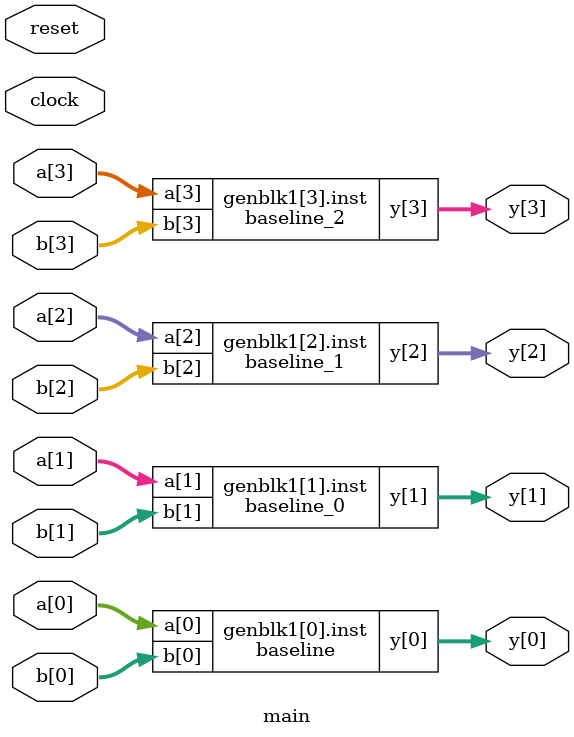
<source format=v>

`timescale 1 ps / 1 ps

module baseline
   (\y[0] ,
    \a[0] ,
    \b[0] );
  output [7:0]\y[0] ;
  input [7:0]\a[0] ;
  input [7:0]\b[0] ;

  wire \<const0> ;
  wire [7:0]\a[0] ;
  wire [7:0]\b[0] ;
  wire [7:0]p;
  wire [7:0]\y[0] ;

  GND GND
       (.G(\<const0> ));
  (* BOX_TYPE = "PRIMITIVE" *) 
  CARRY8 #(
    .CARRY_TYPE("SINGLE_CY8")) 
    carry0
       (.CI(\<const0> ),
        .CI_TOP(\<const0> ),
        .DI(\a[0] ),
        .O(\y[0] ),
        .S(p));
  (* BOX_TYPE = "PRIMITIVE" *) 
  LUT2 #(
    .INIT(4'h6)) 
    l0
       (.I0(\a[0] [0]),
        .I1(\b[0] [0]),
        .O(p[0]));
  (* BOX_TYPE = "PRIMITIVE" *) 
  LUT2 #(
    .INIT(4'h6)) 
    l1
       (.I0(\a[0] [1]),
        .I1(\b[0] [1]),
        .O(p[1]));
  (* BOX_TYPE = "PRIMITIVE" *) 
  LUT2 #(
    .INIT(4'h6)) 
    l2
       (.I0(\a[0] [2]),
        .I1(\b[0] [2]),
        .O(p[2]));
  (* BOX_TYPE = "PRIMITIVE" *) 
  LUT2 #(
    .INIT(4'h6)) 
    l3
       (.I0(\a[0] [3]),
        .I1(\b[0] [3]),
        .O(p[3]));
  (* BOX_TYPE = "PRIMITIVE" *) 
  LUT2 #(
    .INIT(4'h6)) 
    l4
       (.I0(\a[0] [4]),
        .I1(\b[0] [4]),
        .O(p[4]));
  (* BOX_TYPE = "PRIMITIVE" *) 
  LUT2 #(
    .INIT(4'h6)) 
    l5
       (.I0(\a[0] [5]),
        .I1(\b[0] [5]),
        .O(p[5]));
  (* BOX_TYPE = "PRIMITIVE" *) 
  LUT2 #(
    .INIT(4'h6)) 
    l6
       (.I0(\a[0] [6]),
        .I1(\b[0] [6]),
        .O(p[6]));
  (* BOX_TYPE = "PRIMITIVE" *) 
  LUT2 #(
    .INIT(4'h6)) 
    l7
       (.I0(\a[0] [7]),
        .I1(\b[0] [7]),
        .O(p[7]));
endmodule

(* ORIG_REF_NAME = "baseline" *) 
module baseline_0
   (\y[1] ,
    \a[1] ,
    \b[1] );
  output [7:0]\y[1] ;
  input [7:0]\a[1] ;
  input [7:0]\b[1] ;

  wire \<const0> ;
  wire [7:0]\a[1] ;
  wire [7:0]\b[1] ;
  wire [7:0]p;
  wire [7:0]\y[1] ;

  GND GND
       (.G(\<const0> ));
  (* BOX_TYPE = "PRIMITIVE" *) 
  CARRY8 #(
    .CARRY_TYPE("SINGLE_CY8")) 
    carry0
       (.CI(\<const0> ),
        .CI_TOP(\<const0> ),
        .DI(\a[1] ),
        .O(\y[1] ),
        .S(p));
  (* BOX_TYPE = "PRIMITIVE" *) 
  LUT2 #(
    .INIT(4'h6)) 
    l0
       (.I0(\a[1] [0]),
        .I1(\b[1] [0]),
        .O(p[0]));
  (* BOX_TYPE = "PRIMITIVE" *) 
  LUT2 #(
    .INIT(4'h6)) 
    l1
       (.I0(\a[1] [1]),
        .I1(\b[1] [1]),
        .O(p[1]));
  (* BOX_TYPE = "PRIMITIVE" *) 
  LUT2 #(
    .INIT(4'h6)) 
    l2
       (.I0(\a[1] [2]),
        .I1(\b[1] [2]),
        .O(p[2]));
  (* BOX_TYPE = "PRIMITIVE" *) 
  LUT2 #(
    .INIT(4'h6)) 
    l3
       (.I0(\a[1] [3]),
        .I1(\b[1] [3]),
        .O(p[3]));
  (* BOX_TYPE = "PRIMITIVE" *) 
  LUT2 #(
    .INIT(4'h6)) 
    l4
       (.I0(\a[1] [4]),
        .I1(\b[1] [4]),
        .O(p[4]));
  (* BOX_TYPE = "PRIMITIVE" *) 
  LUT2 #(
    .INIT(4'h6)) 
    l5
       (.I0(\a[1] [5]),
        .I1(\b[1] [5]),
        .O(p[5]));
  (* BOX_TYPE = "PRIMITIVE" *) 
  LUT2 #(
    .INIT(4'h6)) 
    l6
       (.I0(\a[1] [6]),
        .I1(\b[1] [6]),
        .O(p[6]));
  (* BOX_TYPE = "PRIMITIVE" *) 
  LUT2 #(
    .INIT(4'h6)) 
    l7
       (.I0(\a[1] [7]),
        .I1(\b[1] [7]),
        .O(p[7]));
endmodule

(* ORIG_REF_NAME = "baseline" *) 
module baseline_1
   (\y[2] ,
    \a[2] ,
    \b[2] );
  output [7:0]\y[2] ;
  input [7:0]\a[2] ;
  input [7:0]\b[2] ;

  wire \<const0> ;
  wire [7:0]\a[2] ;
  wire [7:0]\b[2] ;
  wire [7:0]p;
  wire [7:0]\y[2] ;

  GND GND
       (.G(\<const0> ));
  (* BOX_TYPE = "PRIMITIVE" *) 
  CARRY8 #(
    .CARRY_TYPE("SINGLE_CY8")) 
    carry0
       (.CI(\<const0> ),
        .CI_TOP(\<const0> ),
        .DI(\a[2] ),
        .O(\y[2] ),
        .S(p));
  (* BOX_TYPE = "PRIMITIVE" *) 
  LUT2 #(
    .INIT(4'h6)) 
    l0
       (.I0(\a[2] [0]),
        .I1(\b[2] [0]),
        .O(p[0]));
  (* BOX_TYPE = "PRIMITIVE" *) 
  LUT2 #(
    .INIT(4'h6)) 
    l1
       (.I0(\a[2] [1]),
        .I1(\b[2] [1]),
        .O(p[1]));
  (* BOX_TYPE = "PRIMITIVE" *) 
  LUT2 #(
    .INIT(4'h6)) 
    l2
       (.I0(\a[2] [2]),
        .I1(\b[2] [2]),
        .O(p[2]));
  (* BOX_TYPE = "PRIMITIVE" *) 
  LUT2 #(
    .INIT(4'h6)) 
    l3
       (.I0(\a[2] [3]),
        .I1(\b[2] [3]),
        .O(p[3]));
  (* BOX_TYPE = "PRIMITIVE" *) 
  LUT2 #(
    .INIT(4'h6)) 
    l4
       (.I0(\a[2] [4]),
        .I1(\b[2] [4]),
        .O(p[4]));
  (* BOX_TYPE = "PRIMITIVE" *) 
  LUT2 #(
    .INIT(4'h6)) 
    l5
       (.I0(\a[2] [5]),
        .I1(\b[2] [5]),
        .O(p[5]));
  (* BOX_TYPE = "PRIMITIVE" *) 
  LUT2 #(
    .INIT(4'h6)) 
    l6
       (.I0(\a[2] [6]),
        .I1(\b[2] [6]),
        .O(p[6]));
  (* BOX_TYPE = "PRIMITIVE" *) 
  LUT2 #(
    .INIT(4'h6)) 
    l7
       (.I0(\a[2] [7]),
        .I1(\b[2] [7]),
        .O(p[7]));
endmodule

(* ORIG_REF_NAME = "baseline" *) 
module baseline_2
   (\y[3] ,
    \a[3] ,
    \b[3] );
  output [7:0]\y[3] ;
  input [7:0]\a[3] ;
  input [7:0]\b[3] ;

  wire \<const0> ;
  wire [7:0]\a[3] ;
  wire [7:0]\b[3] ;
  wire [7:0]p;
  wire [7:0]\y[3] ;

  GND GND
       (.G(\<const0> ));
  (* BOX_TYPE = "PRIMITIVE" *) 
  CARRY8 #(
    .CARRY_TYPE("SINGLE_CY8")) 
    carry0
       (.CI(\<const0> ),
        .CI_TOP(\<const0> ),
        .DI(\a[3] ),
        .O(\y[3] ),
        .S(p));
  (* BOX_TYPE = "PRIMITIVE" *) 
  LUT2 #(
    .INIT(4'h6)) 
    l0
       (.I0(\a[3] [0]),
        .I1(\b[3] [0]),
        .O(p[0]));
  (* BOX_TYPE = "PRIMITIVE" *) 
  LUT2 #(
    .INIT(4'h6)) 
    l1
       (.I0(\a[3] [1]),
        .I1(\b[3] [1]),
        .O(p[1]));
  (* BOX_TYPE = "PRIMITIVE" *) 
  LUT2 #(
    .INIT(4'h6)) 
    l2
       (.I0(\a[3] [2]),
        .I1(\b[3] [2]),
        .O(p[2]));
  (* BOX_TYPE = "PRIMITIVE" *) 
  LUT2 #(
    .INIT(4'h6)) 
    l3
       (.I0(\a[3] [3]),
        .I1(\b[3] [3]),
        .O(p[3]));
  (* BOX_TYPE = "PRIMITIVE" *) 
  LUT2 #(
    .INIT(4'h6)) 
    l4
       (.I0(\a[3] [4]),
        .I1(\b[3] [4]),
        .O(p[4]));
  (* BOX_TYPE = "PRIMITIVE" *) 
  LUT2 #(
    .INIT(4'h6)) 
    l5
       (.I0(\a[3] [5]),
        .I1(\b[3] [5]),
        .O(p[5]));
  (* BOX_TYPE = "PRIMITIVE" *) 
  LUT2 #(
    .INIT(4'h6)) 
    l6
       (.I0(\a[3] [6]),
        .I1(\b[3] [6]),
        .O(p[6]));
  (* BOX_TYPE = "PRIMITIVE" *) 
  LUT2 #(
    .INIT(4'h6)) 
    l7
       (.I0(\a[3] [7]),
        .I1(\b[3] [7]),
        .O(p[7]));
endmodule

(* N = "4" *) (* W = "8" *) 
(* STRUCTURAL_NETLIST = "yes" *)
module main
   (clock,
    reset,
    \a[3] ,
    \a[2] ,
    \a[1] ,
    \a[0] ,
    \b[3] ,
    \b[2] ,
    \b[1] ,
    \b[0] ,
    \y[3] ,
    \y[2] ,
    \y[1] ,
    \y[0] );
  input clock;
  input reset;
  input [7:0]\a[3] ;
  input [7:0]\a[2] ;
  input [7:0]\a[1] ;
  input [7:0]\a[0] ;
  input [7:0]\b[3] ;
  input [7:0]\b[2] ;
  input [7:0]\b[1] ;
  input [7:0]\b[0] ;
  output [7:0]\y[3] ;
  output [7:0]\y[2] ;
  output [7:0]\y[1] ;
  output [7:0]\y[0] ;

  wire [7:0]\a[0] ;
  wire [7:0]\a[1] ;
  wire [7:0]\a[2] ;
  wire [7:0]\a[3] ;
  wire [7:0]\b[0] ;
  wire [7:0]\b[1] ;
  wire [7:0]\b[2] ;
  wire [7:0]\b[3] ;
  wire [7:0]\y[0] ;
  wire [7:0]\y[1] ;
  wire [7:0]\y[2] ;
  wire [7:0]\y[3] ;

  baseline \genblk1[0].inst 
       (.\a[0] (\a[0] ),
        .\b[0] (\b[0] ),
        .\y[0] (\y[0] ));
  baseline_0 \genblk1[1].inst 
       (.\a[1] (\a[1] ),
        .\b[1] (\b[1] ),
        .\y[1] (\y[1] ));
  baseline_1 \genblk1[2].inst 
       (.\a[2] (\a[2] ),
        .\b[2] (\b[2] ),
        .\y[2] (\y[2] ));
  baseline_2 \genblk1[3].inst 
       (.\a[3] (\a[3] ),
        .\b[3] (\b[3] ),
        .\y[3] (\y[3] ));
endmodule

</source>
